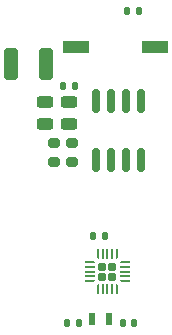
<source format=gtp>
G04 #@! TF.GenerationSoftware,KiCad,Pcbnew,8.0.8*
G04 #@! TF.CreationDate,2025-05-02T07:15:14-04:00*
G04 #@! TF.ProjectId,DevBoard1,44657642-6f61-4726-9431-2e6b69636164,rev?*
G04 #@! TF.SameCoordinates,Original*
G04 #@! TF.FileFunction,Paste,Top*
G04 #@! TF.FilePolarity,Positive*
%FSLAX46Y46*%
G04 Gerber Fmt 4.6, Leading zero omitted, Abs format (unit mm)*
G04 Created by KiCad (PCBNEW 8.0.8) date 2025-05-02 07:15:14*
%MOMM*%
%LPD*%
G01*
G04 APERTURE LIST*
G04 Aperture macros list*
%AMRoundRect*
0 Rectangle with rounded corners*
0 $1 Rounding radius*
0 $2 $3 $4 $5 $6 $7 $8 $9 X,Y pos of 4 corners*
0 Add a 4 corners polygon primitive as box body*
4,1,4,$2,$3,$4,$5,$6,$7,$8,$9,$2,$3,0*
0 Add four circle primitives for the rounded corners*
1,1,$1+$1,$2,$3*
1,1,$1+$1,$4,$5*
1,1,$1+$1,$6,$7*
1,1,$1+$1,$8,$9*
0 Add four rect primitives between the rounded corners*
20,1,$1+$1,$2,$3,$4,$5,0*
20,1,$1+$1,$4,$5,$6,$7,0*
20,1,$1+$1,$6,$7,$8,$9,0*
20,1,$1+$1,$8,$9,$2,$3,0*%
%AMFreePoly0*
4,1,14,0.334644,0.085355,0.385355,0.034644,0.400000,-0.000711,0.400000,-0.050000,0.385355,-0.085355,0.350000,-0.100000,-0.350000,-0.100000,-0.385355,-0.085355,-0.400000,-0.050000,-0.400000,0.050000,-0.385355,0.085355,-0.350000,0.100000,0.299289,0.100000,0.334644,0.085355,0.334644,0.085355,$1*%
%AMFreePoly1*
4,1,14,0.385355,0.085355,0.400000,0.050000,0.400000,0.000711,0.385355,-0.034644,0.334644,-0.085355,0.299289,-0.100000,-0.350000,-0.100000,-0.385355,-0.085355,-0.400000,-0.050000,-0.400000,0.050000,-0.385355,0.085355,-0.350000,0.100000,0.350000,0.100000,0.385355,0.085355,0.385355,0.085355,$1*%
%AMFreePoly2*
4,1,14,0.085355,0.385355,0.100000,0.350000,0.100000,-0.350000,0.085355,-0.385355,0.050000,-0.400000,-0.050000,-0.400000,-0.085355,-0.385355,-0.100000,-0.350000,-0.100000,0.299289,-0.085355,0.334644,-0.034644,0.385355,0.000711,0.400000,0.050000,0.400000,0.085355,0.385355,0.085355,0.385355,$1*%
%AMFreePoly3*
4,1,14,0.034644,0.385355,0.085355,0.334644,0.100000,0.299289,0.100000,-0.350000,0.085355,-0.385355,0.050000,-0.400000,-0.050000,-0.400000,-0.085355,-0.385355,-0.100000,-0.350000,-0.100000,0.350000,-0.085355,0.385355,-0.050000,0.400000,-0.000711,0.400000,0.034644,0.385355,0.034644,0.385355,$1*%
%AMFreePoly4*
4,1,14,0.385355,0.085355,0.400000,0.050000,0.400000,-0.050000,0.385355,-0.085355,0.350000,-0.100000,-0.299289,-0.100000,-0.334644,-0.085355,-0.385355,-0.034644,-0.400000,0.000711,-0.400000,0.050000,-0.385355,0.085355,-0.350000,0.100000,0.350000,0.100000,0.385355,0.085355,0.385355,0.085355,$1*%
%AMFreePoly5*
4,1,14,0.385355,0.085355,0.400000,0.050000,0.400000,-0.050000,0.385355,-0.085355,0.350000,-0.100000,-0.350000,-0.100000,-0.385355,-0.085355,-0.400000,-0.050000,-0.400000,-0.000711,-0.385355,0.034644,-0.334644,0.085355,-0.299289,0.100000,0.350000,0.100000,0.385355,0.085355,0.385355,0.085355,$1*%
%AMFreePoly6*
4,1,14,0.085355,0.385355,0.100000,0.350000,0.100000,-0.299289,0.085355,-0.334644,0.034644,-0.385355,-0.000711,-0.400000,-0.050000,-0.400000,-0.085355,-0.385355,-0.100000,-0.350000,-0.100000,0.350000,-0.085355,0.385355,-0.050000,0.400000,0.050000,0.400000,0.085355,0.385355,0.085355,0.385355,$1*%
%AMFreePoly7*
4,1,14,0.085355,0.385355,0.100000,0.350000,0.100000,-0.350000,0.085355,-0.385355,0.050000,-0.400000,0.000711,-0.400000,-0.034644,-0.385355,-0.085355,-0.334644,-0.100000,-0.299289,-0.100000,0.350000,-0.085355,0.385355,-0.050000,0.400000,0.050000,0.400000,0.085355,0.385355,0.085355,0.385355,$1*%
G04 Aperture macros list end*
%ADD10RoundRect,0.200000X0.275000X-0.200000X0.275000X0.200000X-0.275000X0.200000X-0.275000X-0.200000X0*%
%ADD11RoundRect,0.243750X0.456250X-0.243750X0.456250X0.243750X-0.456250X0.243750X-0.456250X-0.243750X0*%
%ADD12RoundRect,0.250000X-0.325000X-1.100000X0.325000X-1.100000X0.325000X1.100000X-0.325000X1.100000X0*%
%ADD13RoundRect,0.140000X0.140000X0.170000X-0.140000X0.170000X-0.140000X-0.170000X0.140000X-0.170000X0*%
%ADD14RoundRect,0.140000X-0.140000X-0.170000X0.140000X-0.170000X0.140000X0.170000X-0.140000X0.170000X0*%
%ADD15RoundRect,0.172500X-0.172500X0.172500X-0.172500X-0.172500X0.172500X-0.172500X0.172500X0.172500X0*%
%ADD16FreePoly0,270.000000*%
%ADD17RoundRect,0.050000X-0.050000X0.350000X-0.050000X-0.350000X0.050000X-0.350000X0.050000X0.350000X0*%
%ADD18FreePoly1,270.000000*%
%ADD19FreePoly2,270.000000*%
%ADD20RoundRect,0.050000X-0.350000X0.050000X-0.350000X-0.050000X0.350000X-0.050000X0.350000X0.050000X0*%
%ADD21FreePoly3,270.000000*%
%ADD22FreePoly4,270.000000*%
%ADD23FreePoly5,270.000000*%
%ADD24FreePoly6,270.000000*%
%ADD25FreePoly7,270.000000*%
%ADD26R,0.600000X1.100000*%
%ADD27RoundRect,0.135000X-0.135000X-0.185000X0.135000X-0.185000X0.135000X0.185000X-0.135000X0.185000X0*%
%ADD28RoundRect,0.150000X0.150000X-0.825000X0.150000X0.825000X-0.150000X0.825000X-0.150000X-0.825000X0*%
%ADD29R,2.160000X1.120000*%
G04 APERTURE END LIST*
D10*
X94234000Y-75501000D03*
X94234000Y-73851000D03*
D11*
X93980000Y-72311500D03*
X93980000Y-70436500D03*
D12*
X89076000Y-67183000D03*
X92026000Y-67183000D03*
D13*
X94488000Y-69088000D03*
X93528000Y-69088000D03*
D14*
X96068000Y-81788000D03*
X97028000Y-81788000D03*
D15*
X97674800Y-84341600D03*
X96824800Y-84341600D03*
X97674800Y-85191600D03*
X96824800Y-85191600D03*
D16*
X98049800Y-83316600D03*
D17*
X97649800Y-83316600D03*
X97249800Y-83316600D03*
X96849800Y-83316600D03*
D18*
X96449800Y-83316600D03*
D19*
X95799800Y-83966600D03*
D20*
X95799800Y-84366600D03*
X95799800Y-84766600D03*
X95799800Y-85166600D03*
D21*
X95799800Y-85566600D03*
D22*
X96449800Y-86216600D03*
D17*
X96849800Y-86216600D03*
X97249800Y-86216600D03*
X97649800Y-86216600D03*
D23*
X98049800Y-86216600D03*
D24*
X98699800Y-85566600D03*
D20*
X98699800Y-85166600D03*
X98699800Y-84766600D03*
X98699800Y-84366600D03*
D25*
X98699800Y-83966600D03*
D10*
X92710000Y-75501000D03*
X92710000Y-73851000D03*
D26*
X97372400Y-88780300D03*
X95972400Y-88780300D03*
D27*
X98933000Y-62738000D03*
X99953000Y-62738000D03*
D13*
X94813000Y-89154000D03*
X93853000Y-89154000D03*
D28*
X96266000Y-75308000D03*
X97536000Y-75308000D03*
X98806000Y-75308000D03*
X100076000Y-75308000D03*
X100076000Y-70358000D03*
X98806000Y-70358000D03*
X97536000Y-70358000D03*
X96266000Y-70358000D03*
D11*
X91948000Y-72311500D03*
X91948000Y-70436500D03*
D29*
X94552000Y-65786000D03*
X101282000Y-65786000D03*
D14*
X98580000Y-89154000D03*
X99540000Y-89154000D03*
M02*

</source>
